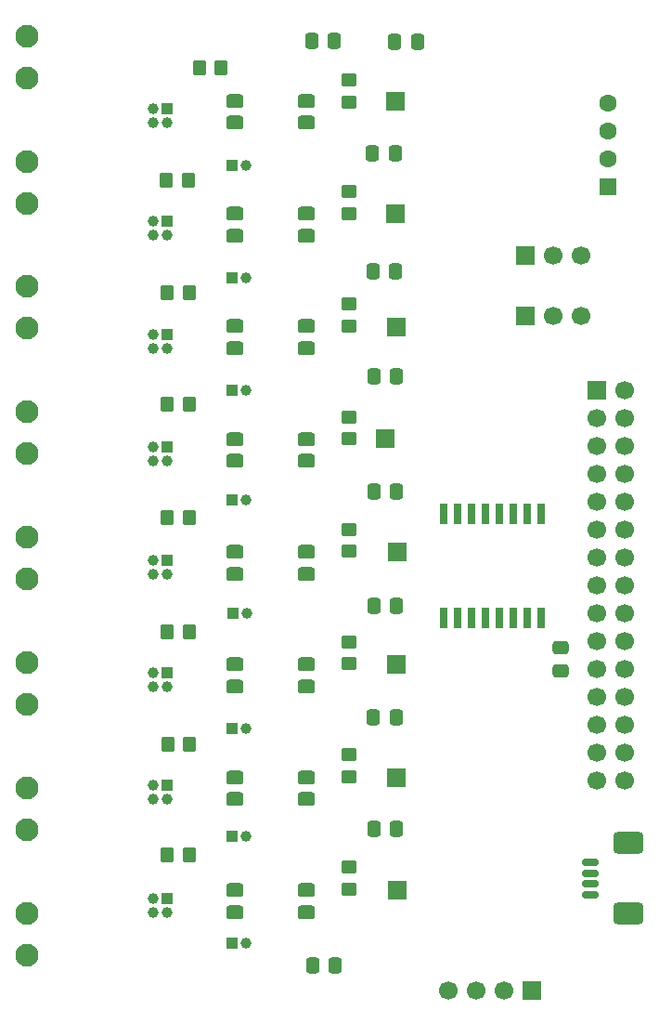
<source format=gbr>
%TF.GenerationSoftware,KiCad,Pcbnew,9.0.2*%
%TF.CreationDate,2025-07-04T16:18:25+10:00*%
%TF.ProjectId,v8a_equip_digital_in_iso,7638615f-6571-4756-9970-5f6469676974,rev?*%
%TF.SameCoordinates,Original*%
%TF.FileFunction,Soldermask,Top*%
%TF.FilePolarity,Negative*%
%FSLAX46Y46*%
G04 Gerber Fmt 4.6, Leading zero omitted, Abs format (unit mm)*
G04 Created by KiCad (PCBNEW 9.0.2) date 2025-07-04 16:18:25*
%MOMM*%
%LPD*%
G01*
G04 APERTURE LIST*
G04 Aperture macros list*
%AMRoundRect*
0 Rectangle with rounded corners*
0 $1 Rounding radius*
0 $2 $3 $4 $5 $6 $7 $8 $9 X,Y pos of 4 corners*
0 Add a 4 corners polygon primitive as box body*
4,1,4,$2,$3,$4,$5,$6,$7,$8,$9,$2,$3,0*
0 Add four circle primitives for the rounded corners*
1,1,$1+$1,$2,$3*
1,1,$1+$1,$4,$5*
1,1,$1+$1,$6,$7*
1,1,$1+$1,$8,$9*
0 Add four rect primitives between the rounded corners*
20,1,$1+$1,$2,$3,$4,$5,0*
20,1,$1+$1,$4,$5,$6,$7,0*
20,1,$1+$1,$6,$7,$8,$9,0*
20,1,$1+$1,$8,$9,$2,$3,0*%
G04 Aperture macros list end*
%ADD10RoundRect,0.317500X-0.482500X-0.317500X0.482500X-0.317500X0.482500X0.317500X-0.482500X0.317500X0*%
%ADD11RoundRect,0.250000X0.337500X0.475000X-0.337500X0.475000X-0.337500X-0.475000X0.337500X-0.475000X0*%
%ADD12C,2.100000*%
%ADD13RoundRect,0.250000X-0.450000X0.350000X-0.450000X-0.350000X0.450000X-0.350000X0.450000X0.350000X0*%
%ADD14R,1.700000X1.700000*%
%ADD15RoundRect,0.250000X-0.337500X-0.475000X0.337500X-0.475000X0.337500X0.475000X-0.337500X0.475000X0*%
%ADD16C,1.700000*%
%ADD17R,1.000000X1.000000*%
%ADD18C,1.000000*%
%ADD19RoundRect,0.250000X0.350000X0.450000X-0.350000X0.450000X-0.350000X-0.450000X0.350000X-0.450000X0*%
%ADD20R,1.600000X1.600000*%
%ADD21C,1.600000*%
%ADD22RoundRect,0.250000X-0.475000X0.337500X-0.475000X-0.337500X0.475000X-0.337500X0.475000X0.337500X0*%
%ADD23RoundRect,0.150000X0.625000X-0.150000X0.625000X0.150000X-0.625000X0.150000X-0.625000X-0.150000X0*%
%ADD24RoundRect,0.416666X0.970834X-0.583334X0.970834X0.583334X-0.970834X0.583334X-0.970834X-0.583334X0*%
%ADD25R,0.650000X1.950000*%
G04 APERTURE END LIST*
D10*
%TO.C,U3*%
X21972200Y-21413457D03*
X21972200Y-23413457D03*
X28497200Y-23413457D03*
X28472200Y-21413457D03*
%TD*%
D11*
%TO.C,C7*%
X36673700Y-57124600D03*
X34598700Y-57124600D03*
%TD*%
D10*
%TO.C,U1*%
X21972200Y-11141200D03*
X21972200Y-13141200D03*
X28497200Y-13141200D03*
X28472200Y-11141200D03*
%TD*%
D11*
%TO.C,C6*%
X36673700Y-46736000D03*
X34598700Y-46736000D03*
%TD*%
D12*
%TO.C,J33*%
X3000000Y-88950800D03*
X3000000Y-85140800D03*
%TD*%
D10*
%TO.C,U8*%
X21972200Y-72774743D03*
X21972200Y-74774743D03*
X28497200Y-74774743D03*
X28472200Y-72774743D03*
%TD*%
D13*
%TO.C,R2*%
X32334200Y-9236200D03*
X32334200Y-11236200D03*
%TD*%
D14*
%TO.C,J31*%
X36753800Y-83058000D03*
%TD*%
%TO.C,J2*%
X36576000Y-11176000D03*
%TD*%
D15*
%TO.C,C11*%
X29010700Y-89916000D03*
X31085700Y-89916000D03*
%TD*%
D14*
%TO.C,JP2*%
X48463200Y-30759400D03*
D16*
X51003200Y-30759400D03*
X53543200Y-30759400D03*
%TD*%
D12*
%TO.C,J28*%
X3000000Y-77535314D03*
X3000000Y-73725314D03*
%TD*%
D14*
%TO.C,J13*%
X54991000Y-37465000D03*
D16*
X57531000Y-37465000D03*
X54991000Y-40005000D03*
X57531000Y-40005000D03*
X54991000Y-42545000D03*
X57531000Y-42545000D03*
X54991000Y-45085000D03*
X57531000Y-45085000D03*
X54991000Y-47625000D03*
X57531000Y-47625000D03*
X54991000Y-50165000D03*
X57531000Y-50165000D03*
X54991000Y-52705000D03*
X57531000Y-52705000D03*
X54991000Y-55245000D03*
X57531000Y-55245000D03*
X54991000Y-57785000D03*
X57531000Y-57785000D03*
X54991000Y-60325000D03*
X57531000Y-60325000D03*
X54991000Y-62865000D03*
X57531000Y-62865000D03*
X54991000Y-65405000D03*
X57531000Y-65405000D03*
X54991000Y-67945000D03*
X57531000Y-67945000D03*
X54991000Y-70485000D03*
X57531000Y-70485000D03*
X54991000Y-73025000D03*
X57531000Y-73025000D03*
%TD*%
D12*
%TO.C,J20*%
X3000000Y-54704343D03*
X3000000Y-50894343D03*
%TD*%
D14*
%TO.C,J6*%
X36550600Y-21444857D03*
%TD*%
D13*
%TO.C,R16*%
X32334200Y-80945748D03*
X32334200Y-82945748D03*
%TD*%
D17*
%TO.C,J17*%
X21717000Y-47523400D03*
D18*
X22987000Y-47523400D03*
%TD*%
D14*
%TO.C,J9*%
X36652200Y-31713714D03*
%TD*%
D11*
%TO.C,C5*%
X36699100Y-36220400D03*
X34624100Y-36220400D03*
%TD*%
D19*
%TO.C,R9*%
X17749863Y-49104153D03*
X15749863Y-49104153D03*
%TD*%
D17*
%TO.C,J30*%
X15759263Y-83820000D03*
D18*
X15759263Y-85090000D03*
X14489263Y-83820000D03*
X14489263Y-85090000D03*
%TD*%
D19*
%TO.C,R11*%
X17749863Y-59492753D03*
X15749863Y-59492753D03*
%TD*%
D17*
%TO.C,J22*%
X15773400Y-63246000D03*
D18*
X15773400Y-64516000D03*
X14503400Y-63246000D03*
X14503400Y-64516000D03*
%TD*%
D17*
%TO.C,J26*%
X15748000Y-73507600D03*
D18*
X15748000Y-74777600D03*
X14478000Y-73507600D03*
X14478000Y-74777600D03*
%TD*%
D20*
%TO.C,U2*%
X55956200Y-18948400D03*
D21*
X55956200Y-16408400D03*
X55956200Y-13868400D03*
X55956200Y-11328400D03*
%TD*%
D10*
%TO.C,U4*%
X21972200Y-31685714D03*
X21972200Y-33685714D03*
X28497200Y-33685714D03*
X28472200Y-31685714D03*
%TD*%
D12*
%TO.C,J24*%
X3000000Y-66119829D03*
X3000000Y-62309829D03*
%TD*%
D10*
%TO.C,U5*%
X21972200Y-41957971D03*
X21972200Y-43957971D03*
X28497200Y-43957971D03*
X28472200Y-41957971D03*
%TD*%
D11*
%TO.C,C3*%
X36546700Y-15925800D03*
X34471700Y-15925800D03*
%TD*%
D22*
%TO.C,C8*%
X51670010Y-60963900D03*
X51670010Y-63038900D03*
%TD*%
D17*
%TO.C,J18*%
X15748000Y-52984400D03*
D18*
X15748000Y-54254400D03*
X14478000Y-52984400D03*
X14478000Y-54254400D03*
%TD*%
D14*
%TO.C,JP1*%
X48463200Y-25222200D03*
D16*
X51003200Y-25222200D03*
X53543200Y-25222200D03*
%TD*%
D13*
%TO.C,R6*%
X32334200Y-29670214D03*
X32334200Y-31670214D03*
%TD*%
D15*
%TO.C,C2*%
X36529100Y-5715000D03*
X38604100Y-5715000D03*
%TD*%
D17*
%TO.C,J8*%
X21717000Y-27279600D03*
D18*
X22987000Y-27279600D03*
%TD*%
D17*
%TO.C,J7*%
X15759263Y-22132982D03*
D18*
X15759263Y-23402982D03*
X14489263Y-22132982D03*
X14489263Y-23402982D03*
%TD*%
D12*
%TO.C,J10*%
X3000000Y-31873371D03*
X3000000Y-28063371D03*
%TD*%
D13*
%TO.C,R12*%
X32334200Y-60435534D03*
X32334200Y-62435534D03*
%TD*%
D19*
%TO.C,R7*%
X17749863Y-38817153D03*
X15749863Y-38817153D03*
%TD*%
D14*
%TO.C,CON2*%
X49072800Y-92176600D03*
D16*
X46532800Y-92176600D03*
X43992800Y-92176600D03*
X41452800Y-92176600D03*
%TD*%
D13*
%TO.C,R14*%
X32334200Y-70690641D03*
X32334200Y-72690641D03*
%TD*%
D19*
%TO.C,R13*%
X17800663Y-69728953D03*
X15800663Y-69728953D03*
%TD*%
%TO.C,R1*%
X20710400Y-8102600D03*
X18710400Y-8102600D03*
%TD*%
%TO.C,R5*%
X17775263Y-28606353D03*
X15775263Y-28606353D03*
%TD*%
D14*
%TO.C,J15*%
X35661600Y-41935400D03*
%TD*%
D10*
%TO.C,U9*%
X21972200Y-83047000D03*
X21972200Y-85047000D03*
X28497200Y-85047000D03*
X28472200Y-83047000D03*
%TD*%
D12*
%TO.C,J16*%
X3000000Y-43288857D03*
X3000000Y-39478857D03*
%TD*%
D17*
%TO.C,J14*%
X15759263Y-42663439D03*
D18*
X15759263Y-43933439D03*
X14489263Y-42663439D03*
X14489263Y-43933439D03*
%TD*%
D14*
%TO.C,J23*%
X36703000Y-62520286D03*
%TD*%
%TO.C,J27*%
X36677600Y-72789143D03*
%TD*%
D17*
%TO.C,J21*%
X21742400Y-57861200D03*
D18*
X23012400Y-57861200D03*
%TD*%
D12*
%TO.C,J5*%
X3000000Y-20457886D03*
X3000000Y-16647886D03*
%TD*%
D19*
%TO.C,R15*%
X17749863Y-79863553D03*
X15749863Y-79863553D03*
%TD*%
D11*
%TO.C,C10*%
X36699100Y-77444600D03*
X34624100Y-77444600D03*
%TD*%
D13*
%TO.C,R10*%
X32334200Y-50180427D03*
X32334200Y-52180427D03*
%TD*%
D17*
%TO.C,J3*%
X15759263Y-11867753D03*
D18*
X15759263Y-13137753D03*
X14489263Y-11867753D03*
X14489263Y-13137753D03*
%TD*%
D17*
%TO.C,J32*%
X21717000Y-87909400D03*
D18*
X22987000Y-87909400D03*
%TD*%
D17*
%TO.C,J12*%
X21717000Y-37490400D03*
D18*
X22987000Y-37490400D03*
%TD*%
D17*
%TO.C,J4*%
X21717000Y-16992600D03*
D18*
X22987000Y-16992600D03*
%TD*%
D17*
%TO.C,J29*%
X21717000Y-78130400D03*
D18*
X22987000Y-78130400D03*
%TD*%
D15*
%TO.C,C1*%
X28959900Y-5664200D03*
X31034900Y-5664200D03*
%TD*%
D13*
%TO.C,R8*%
X32334200Y-39925321D03*
X32334200Y-41925321D03*
%TD*%
D19*
%TO.C,R3*%
X17699063Y-18370153D03*
X15699063Y-18370153D03*
%TD*%
D13*
%TO.C,R4*%
X32334200Y-19415107D03*
X32334200Y-21415107D03*
%TD*%
D10*
%TO.C,U7*%
X21972200Y-62502486D03*
X21972200Y-64502486D03*
X28497200Y-64502486D03*
X28472200Y-62502486D03*
%TD*%
D23*
%TO.C,CON1*%
X54388000Y-83491200D03*
X54388000Y-82491200D03*
X54388000Y-81491200D03*
X54388000Y-80491200D03*
D24*
X57810400Y-85191600D03*
X57810400Y-78740000D03*
%TD*%
D10*
%TO.C,U6*%
X21972200Y-52230229D03*
X21972200Y-54230229D03*
X28497200Y-54230229D03*
X28472200Y-52230229D03*
%TD*%
D14*
%TO.C,J19*%
X36753800Y-52251429D03*
%TD*%
D11*
%TO.C,C9*%
X36648300Y-67284600D03*
X34573300Y-67284600D03*
%TD*%
%TO.C,C4*%
X36613507Y-26695400D03*
X34538507Y-26695400D03*
%TD*%
D17*
%TO.C,J25*%
X21717000Y-68300600D03*
D18*
X22987000Y-68300600D03*
%TD*%
D25*
%TO.C,IC1*%
X49892010Y-48767400D03*
X48622010Y-48767400D03*
X47352010Y-48767400D03*
X46082010Y-48767400D03*
X44812010Y-48767400D03*
X43542010Y-48767400D03*
X42272010Y-48767400D03*
X41002010Y-48767400D03*
X41002010Y-58217400D03*
X42272010Y-58217400D03*
X43542010Y-58217400D03*
X44812010Y-58217400D03*
X46082010Y-58217400D03*
X47352010Y-58217400D03*
X48622010Y-58217400D03*
X49892010Y-58217400D03*
%TD*%
D12*
%TO.C,J1*%
X3000000Y-9042400D03*
X3000000Y-5232400D03*
%TD*%
D17*
%TO.C,J11*%
X15759263Y-32398210D03*
D18*
X15759263Y-33668210D03*
X14489263Y-32398210D03*
X14489263Y-33668210D03*
%TD*%
M02*

</source>
